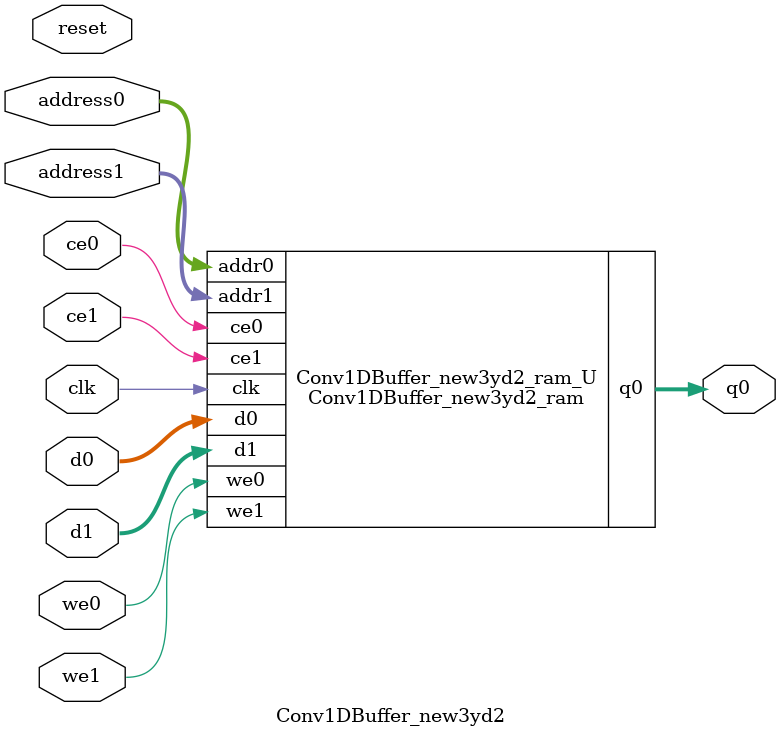
<source format=v>
`timescale 1 ns / 1 ps
module Conv1DBuffer_new3yd2_ram (addr0, ce0, d0, we0, q0, addr1, ce1, d1, we1,  clk);

parameter DWIDTH = 8;
parameter AWIDTH = 6;
parameter MEM_SIZE = 64;

input[AWIDTH-1:0] addr0;
input ce0;
input[DWIDTH-1:0] d0;
input we0;
output reg[DWIDTH-1:0] q0;
input[AWIDTH-1:0] addr1;
input ce1;
input[DWIDTH-1:0] d1;
input we1;
input clk;

(* ram_style = "block" *)reg [DWIDTH-1:0] ram[0:MEM_SIZE-1];




always @(posedge clk)  
begin 
    if (ce0) 
    begin
        if (we0) 
        begin 
            ram[addr0] <= d0; 
        end 
        q0 <= ram[addr0];
    end
end


always @(posedge clk)  
begin 
    if (ce1) 
    begin
        if (we1) 
        begin 
            ram[addr1] <= d1; 
        end 
    end
end


endmodule

`timescale 1 ns / 1 ps
module Conv1DBuffer_new3yd2(
    reset,
    clk,
    address0,
    ce0,
    we0,
    d0,
    q0,
    address1,
    ce1,
    we1,
    d1);

parameter DataWidth = 32'd8;
parameter AddressRange = 32'd64;
parameter AddressWidth = 32'd6;
input reset;
input clk;
input[AddressWidth - 1:0] address0;
input ce0;
input we0;
input[DataWidth - 1:0] d0;
output[DataWidth - 1:0] q0;
input[AddressWidth - 1:0] address1;
input ce1;
input we1;
input[DataWidth - 1:0] d1;



Conv1DBuffer_new3yd2_ram Conv1DBuffer_new3yd2_ram_U(
    .clk( clk ),
    .addr0( address0 ),
    .ce0( ce0 ),
    .we0( we0 ),
    .d0( d0 ),
    .q0( q0 ),
    .addr1( address1 ),
    .ce1( ce1 ),
    .we1( we1 ),
    .d1( d1 ));

endmodule


</source>
